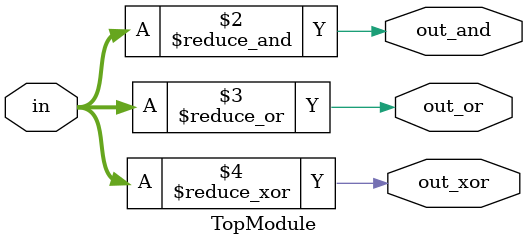
<source format=sv>
module TopModule(
    input logic [99:0] in,
    output logic out_and,
    output logic out_or,
    output logic out_xor
);

    // Combinational logic for AND, OR, and XOR reductions
    always @(*) begin
        out_and = &in;  // AND reduction
        out_or = |in;   // OR reduction
        out_xor = ^in;  // XOR reduction
    end

endmodule
</source>
